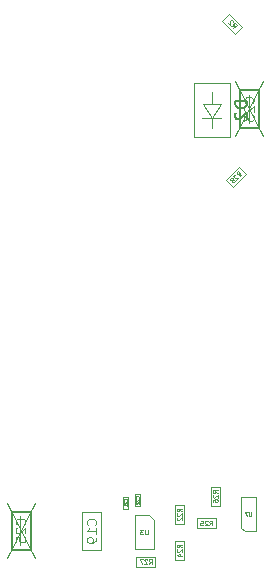
<source format=gbr>
G04 #@! TF.GenerationSoftware,KiCad,Pcbnew,9.0.1+1*
G04 #@! TF.CreationDate,2025-10-08T10:55:13+00:00*
G04 #@! TF.ProjectId,c64psu,63363470-7375-42e6-9b69-6361645f7063,rev?*
G04 #@! TF.SameCoordinates,Original*
G04 #@! TF.FileFunction,AssemblyDrawing,Bot*
%FSLAX46Y46*%
G04 Gerber Fmt 4.6, Leading zero omitted, Abs format (unit mm)*
G04 Created by KiCad (PCBNEW 9.0.1+1) date 2025-10-08 10:55:13*
%MOMM*%
%LPD*%
G01*
G04 APERTURE LIST*
%ADD10C,0.150000*%
%ADD11C,0.060000*%
%ADD12C,0.120000*%
%ADD13C,0.040000*%
%ADD14C,0.050000*%
%ADD15C,0.100000*%
G04 APERTURE END LIST*
D10*
X199601619Y-48048706D02*
X198601619Y-48048706D01*
X198601619Y-48048706D02*
X198601619Y-48286801D01*
X198601619Y-48286801D02*
X198649238Y-48429658D01*
X198649238Y-48429658D02*
X198744476Y-48524896D01*
X198744476Y-48524896D02*
X198839714Y-48572515D01*
X198839714Y-48572515D02*
X199030190Y-48620134D01*
X199030190Y-48620134D02*
X199173047Y-48620134D01*
X199173047Y-48620134D02*
X199363523Y-48572515D01*
X199363523Y-48572515D02*
X199458761Y-48524896D01*
X199458761Y-48524896D02*
X199554000Y-48429658D01*
X199554000Y-48429658D02*
X199601619Y-48286801D01*
X199601619Y-48286801D02*
X199601619Y-48048706D01*
X198696857Y-49001087D02*
X198649238Y-49048706D01*
X198649238Y-49048706D02*
X198601619Y-49143944D01*
X198601619Y-49143944D02*
X198601619Y-49382039D01*
X198601619Y-49382039D02*
X198649238Y-49477277D01*
X198649238Y-49477277D02*
X198696857Y-49524896D01*
X198696857Y-49524896D02*
X198792095Y-49572515D01*
X198792095Y-49572515D02*
X198887333Y-49572515D01*
X198887333Y-49572515D02*
X199030190Y-49524896D01*
X199030190Y-49524896D02*
X199601619Y-48953468D01*
X199601619Y-48953468D02*
X199601619Y-49572515D01*
D11*
X194085527Y-85798057D02*
X193895051Y-85664724D01*
X194085527Y-85569486D02*
X193685527Y-85569486D01*
X193685527Y-85569486D02*
X193685527Y-85721867D01*
X193685527Y-85721867D02*
X193704575Y-85759962D01*
X193704575Y-85759962D02*
X193723622Y-85779009D01*
X193723622Y-85779009D02*
X193761718Y-85798057D01*
X193761718Y-85798057D02*
X193818860Y-85798057D01*
X193818860Y-85798057D02*
X193856956Y-85779009D01*
X193856956Y-85779009D02*
X193876003Y-85759962D01*
X193876003Y-85759962D02*
X193895051Y-85721867D01*
X193895051Y-85721867D02*
X193895051Y-85569486D01*
X193723622Y-85950438D02*
X193704575Y-85969486D01*
X193704575Y-85969486D02*
X193685527Y-86007581D01*
X193685527Y-86007581D02*
X193685527Y-86102819D01*
X193685527Y-86102819D02*
X193704575Y-86140914D01*
X193704575Y-86140914D02*
X193723622Y-86159962D01*
X193723622Y-86159962D02*
X193761718Y-86179009D01*
X193761718Y-86179009D02*
X193799813Y-86179009D01*
X193799813Y-86179009D02*
X193856956Y-86159962D01*
X193856956Y-86159962D02*
X194085527Y-85931390D01*
X194085527Y-85931390D02*
X194085527Y-86179009D01*
X193818860Y-86521866D02*
X194085527Y-86521866D01*
X193666480Y-86426628D02*
X193952194Y-86331390D01*
X193952194Y-86331390D02*
X193952194Y-86579009D01*
X191211161Y-84313127D02*
X191211161Y-84636937D01*
X191211161Y-84636937D02*
X191192114Y-84675032D01*
X191192114Y-84675032D02*
X191173066Y-84694080D01*
X191173066Y-84694080D02*
X191134971Y-84713127D01*
X191134971Y-84713127D02*
X191058780Y-84713127D01*
X191058780Y-84713127D02*
X191020685Y-84694080D01*
X191020685Y-84694080D02*
X191001638Y-84675032D01*
X191001638Y-84675032D02*
X190982590Y-84636937D01*
X190982590Y-84636937D02*
X190982590Y-84313127D01*
X190830209Y-84313127D02*
X190582590Y-84313127D01*
X190582590Y-84313127D02*
X190715923Y-84465508D01*
X190715923Y-84465508D02*
X190658780Y-84465508D01*
X190658780Y-84465508D02*
X190620685Y-84484556D01*
X190620685Y-84484556D02*
X190601637Y-84503603D01*
X190601637Y-84503603D02*
X190582590Y-84541699D01*
X190582590Y-84541699D02*
X190582590Y-84636937D01*
X190582590Y-84636937D02*
X190601637Y-84675032D01*
X190601637Y-84675032D02*
X190620685Y-84694080D01*
X190620685Y-84694080D02*
X190658780Y-84713127D01*
X190658780Y-84713127D02*
X190773066Y-84713127D01*
X190773066Y-84713127D02*
X190811161Y-84694080D01*
X190811161Y-84694080D02*
X190830209Y-84675032D01*
D12*
X180767664Y-83865714D02*
X180805760Y-83827618D01*
X180805760Y-83827618D02*
X180843855Y-83713333D01*
X180843855Y-83713333D02*
X180843855Y-83637142D01*
X180843855Y-83637142D02*
X180805760Y-83522856D01*
X180805760Y-83522856D02*
X180729569Y-83446666D01*
X180729569Y-83446666D02*
X180653379Y-83408571D01*
X180653379Y-83408571D02*
X180500998Y-83370475D01*
X180500998Y-83370475D02*
X180386712Y-83370475D01*
X180386712Y-83370475D02*
X180234331Y-83408571D01*
X180234331Y-83408571D02*
X180158140Y-83446666D01*
X180158140Y-83446666D02*
X180081950Y-83522856D01*
X180081950Y-83522856D02*
X180043855Y-83637142D01*
X180043855Y-83637142D02*
X180043855Y-83713333D01*
X180043855Y-83713333D02*
X180081950Y-83827618D01*
X180081950Y-83827618D02*
X180120045Y-83865714D01*
X180120045Y-84170475D02*
X180081950Y-84208571D01*
X180081950Y-84208571D02*
X180043855Y-84284761D01*
X180043855Y-84284761D02*
X180043855Y-84475237D01*
X180043855Y-84475237D02*
X180081950Y-84551428D01*
X180081950Y-84551428D02*
X180120045Y-84589523D01*
X180120045Y-84589523D02*
X180196236Y-84627618D01*
X180196236Y-84627618D02*
X180272426Y-84627618D01*
X180272426Y-84627618D02*
X180386712Y-84589523D01*
X180386712Y-84589523D02*
X180843855Y-84132380D01*
X180843855Y-84132380D02*
X180843855Y-84627618D01*
X180043855Y-85351428D02*
X180043855Y-84970476D01*
X180043855Y-84970476D02*
X180424807Y-84932380D01*
X180424807Y-84932380D02*
X180386712Y-84970476D01*
X180386712Y-84970476D02*
X180348617Y-85046666D01*
X180348617Y-85046666D02*
X180348617Y-85237142D01*
X180348617Y-85237142D02*
X180386712Y-85313333D01*
X180386712Y-85313333D02*
X180424807Y-85351428D01*
X180424807Y-85351428D02*
X180500998Y-85389523D01*
X180500998Y-85389523D02*
X180691474Y-85389523D01*
X180691474Y-85389523D02*
X180767664Y-85351428D01*
X180767664Y-85351428D02*
X180805760Y-85313333D01*
X180805760Y-85313333D02*
X180843855Y-85237142D01*
X180843855Y-85237142D02*
X180843855Y-85046666D01*
X180843855Y-85046666D02*
X180805760Y-84970476D01*
X180805760Y-84970476D02*
X180767664Y-84932380D01*
X180443855Y-85569523D02*
X180443855Y-83190475D01*
D11*
X191315942Y-87202327D02*
X191449275Y-87011851D01*
X191544513Y-87202327D02*
X191544513Y-86802327D01*
X191544513Y-86802327D02*
X191392132Y-86802327D01*
X191392132Y-86802327D02*
X191354037Y-86821375D01*
X191354037Y-86821375D02*
X191334990Y-86840422D01*
X191334990Y-86840422D02*
X191315942Y-86878518D01*
X191315942Y-86878518D02*
X191315942Y-86935660D01*
X191315942Y-86935660D02*
X191334990Y-86973756D01*
X191334990Y-86973756D02*
X191354037Y-86992803D01*
X191354037Y-86992803D02*
X191392132Y-87011851D01*
X191392132Y-87011851D02*
X191544513Y-87011851D01*
X191163561Y-86840422D02*
X191144513Y-86821375D01*
X191144513Y-86821375D02*
X191106418Y-86802327D01*
X191106418Y-86802327D02*
X191011180Y-86802327D01*
X191011180Y-86802327D02*
X190973085Y-86821375D01*
X190973085Y-86821375D02*
X190954037Y-86840422D01*
X190954037Y-86840422D02*
X190934990Y-86878518D01*
X190934990Y-86878518D02*
X190934990Y-86916613D01*
X190934990Y-86916613D02*
X190954037Y-86973756D01*
X190954037Y-86973756D02*
X191182609Y-87202327D01*
X191182609Y-87202327D02*
X190934990Y-87202327D01*
X190801657Y-86802327D02*
X190534990Y-86802327D01*
X190534990Y-86802327D02*
X190706419Y-87202327D01*
X197133527Y-81213857D02*
X196943051Y-81080524D01*
X197133527Y-80985286D02*
X196733527Y-80985286D01*
X196733527Y-80985286D02*
X196733527Y-81137667D01*
X196733527Y-81137667D02*
X196752575Y-81175762D01*
X196752575Y-81175762D02*
X196771622Y-81194809D01*
X196771622Y-81194809D02*
X196809718Y-81213857D01*
X196809718Y-81213857D02*
X196866860Y-81213857D01*
X196866860Y-81213857D02*
X196904956Y-81194809D01*
X196904956Y-81194809D02*
X196924003Y-81175762D01*
X196924003Y-81175762D02*
X196943051Y-81137667D01*
X196943051Y-81137667D02*
X196943051Y-80985286D01*
X196771622Y-81366238D02*
X196752575Y-81385286D01*
X196752575Y-81385286D02*
X196733527Y-81423381D01*
X196733527Y-81423381D02*
X196733527Y-81518619D01*
X196733527Y-81518619D02*
X196752575Y-81556714D01*
X196752575Y-81556714D02*
X196771622Y-81575762D01*
X196771622Y-81575762D02*
X196809718Y-81594809D01*
X196809718Y-81594809D02*
X196847813Y-81594809D01*
X196847813Y-81594809D02*
X196904956Y-81575762D01*
X196904956Y-81575762D02*
X197133527Y-81347190D01*
X197133527Y-81347190D02*
X197133527Y-81594809D01*
X196733527Y-81937666D02*
X196733527Y-81861476D01*
X196733527Y-81861476D02*
X196752575Y-81823380D01*
X196752575Y-81823380D02*
X196771622Y-81804333D01*
X196771622Y-81804333D02*
X196828765Y-81766238D01*
X196828765Y-81766238D02*
X196904956Y-81747190D01*
X196904956Y-81747190D02*
X197057337Y-81747190D01*
X197057337Y-81747190D02*
X197095432Y-81766238D01*
X197095432Y-81766238D02*
X197114480Y-81785285D01*
X197114480Y-81785285D02*
X197133527Y-81823380D01*
X197133527Y-81823380D02*
X197133527Y-81899571D01*
X197133527Y-81899571D02*
X197114480Y-81937666D01*
X197114480Y-81937666D02*
X197095432Y-81956714D01*
X197095432Y-81956714D02*
X197057337Y-81975761D01*
X197057337Y-81975761D02*
X196962099Y-81975761D01*
X196962099Y-81975761D02*
X196924003Y-81956714D01*
X196924003Y-81956714D02*
X196904956Y-81937666D01*
X196904956Y-81937666D02*
X196885908Y-81899571D01*
X196885908Y-81899571D02*
X196885908Y-81823380D01*
X196885908Y-81823380D02*
X196904956Y-81785285D01*
X196904956Y-81785285D02*
X196924003Y-81766238D01*
X196924003Y-81766238D02*
X196962099Y-81747190D01*
X198989269Y-54404415D02*
X198948863Y-54175447D01*
X199150893Y-54242790D02*
X198868051Y-53959947D01*
X198868051Y-53959947D02*
X198760301Y-54067697D01*
X198760301Y-54067697D02*
X198746832Y-54108103D01*
X198746832Y-54108103D02*
X198746832Y-54135041D01*
X198746832Y-54135041D02*
X198760301Y-54175447D01*
X198760301Y-54175447D02*
X198800707Y-54215853D01*
X198800707Y-54215853D02*
X198841113Y-54229321D01*
X198841113Y-54229321D02*
X198868051Y-54229321D01*
X198868051Y-54229321D02*
X198908457Y-54215853D01*
X198908457Y-54215853D02*
X199016206Y-54108103D01*
X198625614Y-54256259D02*
X198598677Y-54256259D01*
X198598677Y-54256259D02*
X198558271Y-54269728D01*
X198558271Y-54269728D02*
X198490927Y-54337071D01*
X198490927Y-54337071D02*
X198477458Y-54377477D01*
X198477458Y-54377477D02*
X198477458Y-54404415D01*
X198477458Y-54404415D02*
X198490927Y-54444821D01*
X198490927Y-54444821D02*
X198517864Y-54471758D01*
X198517864Y-54471758D02*
X198571739Y-54498695D01*
X198571739Y-54498695D02*
X198894988Y-54498695D01*
X198894988Y-54498695D02*
X198719895Y-54673789D01*
X198396646Y-54673788D02*
X198410115Y-54633382D01*
X198410115Y-54633382D02*
X198410115Y-54606445D01*
X198410115Y-54606445D02*
X198396646Y-54566039D01*
X198396646Y-54566039D02*
X198383178Y-54552570D01*
X198383178Y-54552570D02*
X198342772Y-54539101D01*
X198342772Y-54539101D02*
X198315834Y-54539101D01*
X198315834Y-54539101D02*
X198275428Y-54552570D01*
X198275428Y-54552570D02*
X198221553Y-54606445D01*
X198221553Y-54606445D02*
X198208085Y-54646851D01*
X198208085Y-54646851D02*
X198208085Y-54673788D01*
X198208085Y-54673788D02*
X198221553Y-54714194D01*
X198221553Y-54714194D02*
X198235022Y-54727663D01*
X198235022Y-54727663D02*
X198275428Y-54741132D01*
X198275428Y-54741132D02*
X198302365Y-54741132D01*
X198302365Y-54741132D02*
X198342772Y-54727663D01*
X198342772Y-54727663D02*
X198396646Y-54673788D01*
X198396646Y-54673788D02*
X198437052Y-54660320D01*
X198437052Y-54660320D02*
X198463990Y-54660320D01*
X198463990Y-54660320D02*
X198504396Y-54673788D01*
X198504396Y-54673788D02*
X198558271Y-54727663D01*
X198558271Y-54727663D02*
X198571739Y-54768069D01*
X198571739Y-54768069D02*
X198571739Y-54795007D01*
X198571739Y-54795007D02*
X198558271Y-54835413D01*
X198558271Y-54835413D02*
X198504396Y-54889288D01*
X198504396Y-54889288D02*
X198463990Y-54902756D01*
X198463990Y-54902756D02*
X198437052Y-54902756D01*
X198437052Y-54902756D02*
X198396646Y-54889288D01*
X198396646Y-54889288D02*
X198342772Y-54835413D01*
X198342772Y-54835413D02*
X198329303Y-54795007D01*
X198329303Y-54795007D02*
X198329303Y-54768069D01*
X198329303Y-54768069D02*
X198342772Y-54727663D01*
D12*
X200107664Y-48155714D02*
X200145760Y-48117618D01*
X200145760Y-48117618D02*
X200183855Y-48003333D01*
X200183855Y-48003333D02*
X200183855Y-47927142D01*
X200183855Y-47927142D02*
X200145760Y-47812856D01*
X200145760Y-47812856D02*
X200069569Y-47736666D01*
X200069569Y-47736666D02*
X199993379Y-47698571D01*
X199993379Y-47698571D02*
X199840998Y-47660475D01*
X199840998Y-47660475D02*
X199726712Y-47660475D01*
X199726712Y-47660475D02*
X199574331Y-47698571D01*
X199574331Y-47698571D02*
X199498140Y-47736666D01*
X199498140Y-47736666D02*
X199421950Y-47812856D01*
X199421950Y-47812856D02*
X199383855Y-47927142D01*
X199383855Y-47927142D02*
X199383855Y-48003333D01*
X199383855Y-48003333D02*
X199421950Y-48117618D01*
X199421950Y-48117618D02*
X199460045Y-48155714D01*
X199460045Y-48460475D02*
X199421950Y-48498571D01*
X199421950Y-48498571D02*
X199383855Y-48574761D01*
X199383855Y-48574761D02*
X199383855Y-48765237D01*
X199383855Y-48765237D02*
X199421950Y-48841428D01*
X199421950Y-48841428D02*
X199460045Y-48879523D01*
X199460045Y-48879523D02*
X199536236Y-48917618D01*
X199536236Y-48917618D02*
X199612426Y-48917618D01*
X199612426Y-48917618D02*
X199726712Y-48879523D01*
X199726712Y-48879523D02*
X200183855Y-48422380D01*
X200183855Y-48422380D02*
X200183855Y-48917618D01*
X199383855Y-49184285D02*
X199383855Y-49679523D01*
X199383855Y-49679523D02*
X199688617Y-49412857D01*
X199688617Y-49412857D02*
X199688617Y-49527142D01*
X199688617Y-49527142D02*
X199726712Y-49603333D01*
X199726712Y-49603333D02*
X199764807Y-49641428D01*
X199764807Y-49641428D02*
X199840998Y-49679523D01*
X199840998Y-49679523D02*
X200031474Y-49679523D01*
X200031474Y-49679523D02*
X200107664Y-49641428D01*
X200107664Y-49641428D02*
X200145760Y-49603333D01*
X200145760Y-49603333D02*
X200183855Y-49527142D01*
X200183855Y-49527142D02*
X200183855Y-49298571D01*
X200183855Y-49298571D02*
X200145760Y-49222380D01*
X200145760Y-49222380D02*
X200107664Y-49184285D01*
X199783855Y-49859523D02*
X199783855Y-47480475D01*
D11*
X196446742Y-83951127D02*
X196580075Y-83760651D01*
X196675313Y-83951127D02*
X196675313Y-83551127D01*
X196675313Y-83551127D02*
X196522932Y-83551127D01*
X196522932Y-83551127D02*
X196484837Y-83570175D01*
X196484837Y-83570175D02*
X196465790Y-83589222D01*
X196465790Y-83589222D02*
X196446742Y-83627318D01*
X196446742Y-83627318D02*
X196446742Y-83684460D01*
X196446742Y-83684460D02*
X196465790Y-83722556D01*
X196465790Y-83722556D02*
X196484837Y-83741603D01*
X196484837Y-83741603D02*
X196522932Y-83760651D01*
X196522932Y-83760651D02*
X196675313Y-83760651D01*
X196294361Y-83589222D02*
X196275313Y-83570175D01*
X196275313Y-83570175D02*
X196237218Y-83551127D01*
X196237218Y-83551127D02*
X196141980Y-83551127D01*
X196141980Y-83551127D02*
X196103885Y-83570175D01*
X196103885Y-83570175D02*
X196084837Y-83589222D01*
X196084837Y-83589222D02*
X196065790Y-83627318D01*
X196065790Y-83627318D02*
X196065790Y-83665413D01*
X196065790Y-83665413D02*
X196084837Y-83722556D01*
X196084837Y-83722556D02*
X196313409Y-83951127D01*
X196313409Y-83951127D02*
X196065790Y-83951127D01*
X195703885Y-83551127D02*
X195894361Y-83551127D01*
X195894361Y-83551127D02*
X195913409Y-83741603D01*
X195913409Y-83741603D02*
X195894361Y-83722556D01*
X195894361Y-83722556D02*
X195856266Y-83703508D01*
X195856266Y-83703508D02*
X195761028Y-83703508D01*
X195761028Y-83703508D02*
X195722933Y-83722556D01*
X195722933Y-83722556D02*
X195703885Y-83741603D01*
X195703885Y-83741603D02*
X195684838Y-83779699D01*
X195684838Y-83779699D02*
X195684838Y-83874937D01*
X195684838Y-83874937D02*
X195703885Y-83913032D01*
X195703885Y-83913032D02*
X195722933Y-83932080D01*
X195722933Y-83932080D02*
X195761028Y-83951127D01*
X195761028Y-83951127D02*
X195856266Y-83951127D01*
X195856266Y-83951127D02*
X195894361Y-83932080D01*
X195894361Y-83932080D02*
X195913409Y-83913032D01*
D13*
X189421365Y-81858485D02*
X189433270Y-81846581D01*
X189433270Y-81846581D02*
X189445174Y-81810866D01*
X189445174Y-81810866D02*
X189445174Y-81787057D01*
X189445174Y-81787057D02*
X189433270Y-81751343D01*
X189433270Y-81751343D02*
X189409460Y-81727533D01*
X189409460Y-81727533D02*
X189385650Y-81715628D01*
X189385650Y-81715628D02*
X189338031Y-81703724D01*
X189338031Y-81703724D02*
X189302317Y-81703724D01*
X189302317Y-81703724D02*
X189254698Y-81715628D01*
X189254698Y-81715628D02*
X189230889Y-81727533D01*
X189230889Y-81727533D02*
X189207079Y-81751343D01*
X189207079Y-81751343D02*
X189195174Y-81787057D01*
X189195174Y-81787057D02*
X189195174Y-81810866D01*
X189195174Y-81810866D02*
X189207079Y-81846581D01*
X189207079Y-81846581D02*
X189218984Y-81858485D01*
X189218984Y-81953724D02*
X189207079Y-81965628D01*
X189207079Y-81965628D02*
X189195174Y-81989438D01*
X189195174Y-81989438D02*
X189195174Y-82048962D01*
X189195174Y-82048962D02*
X189207079Y-82072771D01*
X189207079Y-82072771D02*
X189218984Y-82084676D01*
X189218984Y-82084676D02*
X189242793Y-82096581D01*
X189242793Y-82096581D02*
X189266603Y-82096581D01*
X189266603Y-82096581D02*
X189302317Y-82084676D01*
X189302317Y-82084676D02*
X189445174Y-81941819D01*
X189445174Y-81941819D02*
X189445174Y-82096581D01*
X189445174Y-82334676D02*
X189445174Y-82191819D01*
X189445174Y-82263247D02*
X189195174Y-82263247D01*
X189195174Y-82263247D02*
X189230889Y-82239438D01*
X189230889Y-82239438D02*
X189254698Y-82215628D01*
X189254698Y-82215628D02*
X189266603Y-82191819D01*
D14*
X199989409Y-82832638D02*
X199989409Y-83091685D01*
X199989409Y-83091685D02*
X199974171Y-83122161D01*
X199974171Y-83122161D02*
X199958933Y-83137400D01*
X199958933Y-83137400D02*
X199928457Y-83152638D01*
X199928457Y-83152638D02*
X199867504Y-83152638D01*
X199867504Y-83152638D02*
X199837028Y-83137400D01*
X199837028Y-83137400D02*
X199821790Y-83122161D01*
X199821790Y-83122161D02*
X199806552Y-83091685D01*
X199806552Y-83091685D02*
X199806552Y-82832638D01*
X199684647Y-82832638D02*
X199471314Y-82832638D01*
X199471314Y-82832638D02*
X199608457Y-83152638D01*
D12*
X186777664Y-83885714D02*
X186815760Y-83847618D01*
X186815760Y-83847618D02*
X186853855Y-83733333D01*
X186853855Y-83733333D02*
X186853855Y-83657142D01*
X186853855Y-83657142D02*
X186815760Y-83542856D01*
X186815760Y-83542856D02*
X186739569Y-83466666D01*
X186739569Y-83466666D02*
X186663379Y-83428571D01*
X186663379Y-83428571D02*
X186510998Y-83390475D01*
X186510998Y-83390475D02*
X186396712Y-83390475D01*
X186396712Y-83390475D02*
X186244331Y-83428571D01*
X186244331Y-83428571D02*
X186168140Y-83466666D01*
X186168140Y-83466666D02*
X186091950Y-83542856D01*
X186091950Y-83542856D02*
X186053855Y-83657142D01*
X186053855Y-83657142D02*
X186053855Y-83733333D01*
X186053855Y-83733333D02*
X186091950Y-83847618D01*
X186091950Y-83847618D02*
X186130045Y-83885714D01*
X186853855Y-84647618D02*
X186853855Y-84190475D01*
X186853855Y-84419047D02*
X186053855Y-84419047D01*
X186053855Y-84419047D02*
X186168140Y-84342856D01*
X186168140Y-84342856D02*
X186244331Y-84266666D01*
X186244331Y-84266666D02*
X186282426Y-84190475D01*
X186853855Y-85028571D02*
X186853855Y-85180952D01*
X186853855Y-85180952D02*
X186815760Y-85257142D01*
X186815760Y-85257142D02*
X186777664Y-85295238D01*
X186777664Y-85295238D02*
X186663379Y-85371428D01*
X186663379Y-85371428D02*
X186510998Y-85409523D01*
X186510998Y-85409523D02*
X186206236Y-85409523D01*
X186206236Y-85409523D02*
X186130045Y-85371428D01*
X186130045Y-85371428D02*
X186091950Y-85333333D01*
X186091950Y-85333333D02*
X186053855Y-85257142D01*
X186053855Y-85257142D02*
X186053855Y-85104761D01*
X186053855Y-85104761D02*
X186091950Y-85028571D01*
X186091950Y-85028571D02*
X186130045Y-84990476D01*
X186130045Y-84990476D02*
X186206236Y-84952380D01*
X186206236Y-84952380D02*
X186396712Y-84952380D01*
X186396712Y-84952380D02*
X186472902Y-84990476D01*
X186472902Y-84990476D02*
X186510998Y-85028571D01*
X186510998Y-85028571D02*
X186549093Y-85104761D01*
X186549093Y-85104761D02*
X186549093Y-85257142D01*
X186549093Y-85257142D02*
X186510998Y-85333333D01*
X186510998Y-85333333D02*
X186472902Y-85371428D01*
X186472902Y-85371428D02*
X186396712Y-85409523D01*
D13*
X190437365Y-81627285D02*
X190449270Y-81615381D01*
X190449270Y-81615381D02*
X190461174Y-81579666D01*
X190461174Y-81579666D02*
X190461174Y-81555857D01*
X190461174Y-81555857D02*
X190449270Y-81520143D01*
X190449270Y-81520143D02*
X190425460Y-81496333D01*
X190425460Y-81496333D02*
X190401650Y-81484428D01*
X190401650Y-81484428D02*
X190354031Y-81472524D01*
X190354031Y-81472524D02*
X190318317Y-81472524D01*
X190318317Y-81472524D02*
X190270698Y-81484428D01*
X190270698Y-81484428D02*
X190246889Y-81496333D01*
X190246889Y-81496333D02*
X190223079Y-81520143D01*
X190223079Y-81520143D02*
X190211174Y-81555857D01*
X190211174Y-81555857D02*
X190211174Y-81579666D01*
X190211174Y-81579666D02*
X190223079Y-81615381D01*
X190223079Y-81615381D02*
X190234984Y-81627285D01*
X190234984Y-81722524D02*
X190223079Y-81734428D01*
X190223079Y-81734428D02*
X190211174Y-81758238D01*
X190211174Y-81758238D02*
X190211174Y-81817762D01*
X190211174Y-81817762D02*
X190223079Y-81841571D01*
X190223079Y-81841571D02*
X190234984Y-81853476D01*
X190234984Y-81853476D02*
X190258793Y-81865381D01*
X190258793Y-81865381D02*
X190282603Y-81865381D01*
X190282603Y-81865381D02*
X190318317Y-81853476D01*
X190318317Y-81853476D02*
X190461174Y-81710619D01*
X190461174Y-81710619D02*
X190461174Y-81865381D01*
X190234984Y-81960619D02*
X190223079Y-81972523D01*
X190223079Y-81972523D02*
X190211174Y-81996333D01*
X190211174Y-81996333D02*
X190211174Y-82055857D01*
X190211174Y-82055857D02*
X190223079Y-82079666D01*
X190223079Y-82079666D02*
X190234984Y-82091571D01*
X190234984Y-82091571D02*
X190258793Y-82103476D01*
X190258793Y-82103476D02*
X190282603Y-82103476D01*
X190282603Y-82103476D02*
X190318317Y-82091571D01*
X190318317Y-82091571D02*
X190461174Y-81948714D01*
X190461174Y-81948714D02*
X190461174Y-82103476D01*
D11*
X198292498Y-41679382D02*
X198521465Y-41638976D01*
X198454122Y-41841006D02*
X198736965Y-41558164D01*
X198736965Y-41558164D02*
X198629215Y-41450414D01*
X198629215Y-41450414D02*
X198588809Y-41436945D01*
X198588809Y-41436945D02*
X198561872Y-41436945D01*
X198561872Y-41436945D02*
X198521465Y-41450414D01*
X198521465Y-41450414D02*
X198481059Y-41490820D01*
X198481059Y-41490820D02*
X198467591Y-41531226D01*
X198467591Y-41531226D02*
X198467591Y-41558164D01*
X198467591Y-41558164D02*
X198481059Y-41598570D01*
X198481059Y-41598570D02*
X198588809Y-41706319D01*
X198440653Y-41315727D02*
X198440653Y-41288790D01*
X198440653Y-41288790D02*
X198427185Y-41248384D01*
X198427185Y-41248384D02*
X198359841Y-41181040D01*
X198359841Y-41181040D02*
X198319435Y-41167571D01*
X198319435Y-41167571D02*
X198292498Y-41167571D01*
X198292498Y-41167571D02*
X198252091Y-41181040D01*
X198252091Y-41181040D02*
X198225154Y-41207978D01*
X198225154Y-41207978D02*
X198198217Y-41261852D01*
X198198217Y-41261852D02*
X198198217Y-41585101D01*
X198198217Y-41585101D02*
X198023124Y-41410008D01*
X194085527Y-82750057D02*
X193895051Y-82616724D01*
X194085527Y-82521486D02*
X193685527Y-82521486D01*
X193685527Y-82521486D02*
X193685527Y-82673867D01*
X193685527Y-82673867D02*
X193704575Y-82711962D01*
X193704575Y-82711962D02*
X193723622Y-82731009D01*
X193723622Y-82731009D02*
X193761718Y-82750057D01*
X193761718Y-82750057D02*
X193818860Y-82750057D01*
X193818860Y-82750057D02*
X193856956Y-82731009D01*
X193856956Y-82731009D02*
X193876003Y-82711962D01*
X193876003Y-82711962D02*
X193895051Y-82673867D01*
X193895051Y-82673867D02*
X193895051Y-82521486D01*
X193723622Y-82902438D02*
X193704575Y-82921486D01*
X193704575Y-82921486D02*
X193685527Y-82959581D01*
X193685527Y-82959581D02*
X193685527Y-83054819D01*
X193685527Y-83054819D02*
X193704575Y-83092914D01*
X193704575Y-83092914D02*
X193723622Y-83111962D01*
X193723622Y-83111962D02*
X193761718Y-83131009D01*
X193761718Y-83131009D02*
X193799813Y-83131009D01*
X193799813Y-83131009D02*
X193856956Y-83111962D01*
X193856956Y-83111962D02*
X194085527Y-82883390D01*
X194085527Y-82883390D02*
X194085527Y-83131009D01*
X193723622Y-83283390D02*
X193704575Y-83302438D01*
X193704575Y-83302438D02*
X193685527Y-83340533D01*
X193685527Y-83340533D02*
X193685527Y-83435771D01*
X193685527Y-83435771D02*
X193704575Y-83473866D01*
X193704575Y-83473866D02*
X193723622Y-83492914D01*
X193723622Y-83492914D02*
X193761718Y-83511961D01*
X193761718Y-83511961D02*
X193799813Y-83511961D01*
X193799813Y-83511961D02*
X193856956Y-83492914D01*
X193856956Y-83492914D02*
X194085527Y-83264342D01*
X194085527Y-83264342D02*
X194085527Y-83511961D01*
D15*
X195146800Y-46486801D02*
X195146800Y-51086801D01*
X195146800Y-51086801D02*
X198146800Y-51086801D01*
X195896480Y-48285621D02*
X197445880Y-48285621D01*
X196645780Y-48285621D02*
X196645780Y-47287401D01*
X196645780Y-49436241D02*
X195896480Y-48285621D01*
X196645780Y-49436241D02*
X196645780Y-50337941D01*
X196645780Y-49436241D02*
X197445880Y-48285621D01*
X197445879Y-49436241D02*
X195845680Y-49436241D01*
X198146800Y-46486801D02*
X195146800Y-46486801D01*
X198146800Y-46486801D02*
X198146800Y-51086801D01*
X193491100Y-85255200D02*
X193491100Y-86855200D01*
X193491100Y-86855200D02*
X194316100Y-86855200D01*
X194316100Y-85255200D02*
X193491100Y-85255200D01*
X194316100Y-86855200D02*
X194316100Y-85255200D01*
X190106400Y-83081200D02*
X190106400Y-85981200D01*
X190106400Y-85981200D02*
X191706400Y-85981200D01*
X191306400Y-83081200D02*
X190106400Y-83081200D01*
X191706400Y-83481199D02*
X191306400Y-83081200D01*
X191706400Y-85981200D02*
X191706400Y-83481199D01*
X179630000Y-82780000D02*
X179630000Y-85980000D01*
X179730000Y-85980000D02*
G75*
G02*
X179630000Y-85980000I-50000J0D01*
G01*
X179730000Y-85980000D02*
X179730000Y-82780000D01*
X179730000Y-82780000D02*
G75*
G03*
X179630000Y-82780000I-50000J0D01*
G01*
X179680000Y-86030000D02*
X181280000Y-86030000D01*
X181280000Y-85930000D02*
G75*
G02*
X181280000Y-86030000I0J-50000D01*
G01*
X181280000Y-85930000D02*
X179680000Y-85930000D01*
X179680000Y-85930000D02*
G75*
G03*
X179680000Y-86030000I0J-50000D01*
G01*
X181280000Y-82730000D02*
X179680000Y-82730000D01*
X179680000Y-82830000D02*
G75*
G02*
X179680000Y-82730000I0J50000D01*
G01*
X179680000Y-82830000D02*
X181280000Y-82830000D01*
X181280000Y-82830000D02*
G75*
G03*
X181280000Y-82730000I0J50000D01*
G01*
X181330000Y-85980000D02*
X181330000Y-82780000D01*
X181230000Y-82780000D02*
G75*
G02*
X181330000Y-82780000I50000J0D01*
G01*
X181230000Y-82780000D02*
X181230000Y-85980000D01*
X181230000Y-85980000D02*
G75*
G03*
X181330000Y-85980000I50000J0D01*
G01*
X190258800Y-86607900D02*
X190258800Y-87432900D01*
X190258800Y-87432900D02*
X191858800Y-87432900D01*
X191858800Y-86607900D02*
X190258800Y-86607900D01*
X191858800Y-87432900D02*
X191858800Y-86607900D01*
X196539100Y-80671000D02*
X196539100Y-82271000D01*
X196539100Y-82271000D02*
X197364100Y-82271000D01*
X197364100Y-80671000D02*
X196539100Y-80671000D01*
X197364100Y-82271000D02*
X197364100Y-80671000D01*
X197821433Y-54731604D02*
X198404796Y-55314967D01*
X198404796Y-55314967D02*
X199536167Y-54183596D01*
X198952804Y-53600233D02*
X197821433Y-54731604D01*
X199536167Y-54183596D02*
X198952804Y-53600233D01*
X198970000Y-47070000D02*
X198970000Y-50270000D01*
X199070000Y-50270000D02*
G75*
G02*
X198970000Y-50270000I-50000J0D01*
G01*
X199070000Y-50270000D02*
X199070000Y-47070000D01*
X199070000Y-47070000D02*
G75*
G03*
X198970000Y-47070000I-50000J0D01*
G01*
X199020000Y-50320000D02*
X200620000Y-50320000D01*
X200620000Y-50220000D02*
G75*
G02*
X200620000Y-50320000I0J-50000D01*
G01*
X200620000Y-50220000D02*
X199020000Y-50220000D01*
X199020000Y-50220000D02*
G75*
G03*
X199020000Y-50320000I0J-50000D01*
G01*
X200620000Y-47020000D02*
X199020000Y-47020000D01*
X199020000Y-47120000D02*
G75*
G02*
X199020000Y-47020000I0J50000D01*
G01*
X199020000Y-47120000D02*
X200620000Y-47120000D01*
X200620000Y-47120000D02*
G75*
G03*
X200620000Y-47020000I0J50000D01*
G01*
X200670000Y-50270000D02*
X200670000Y-47070000D01*
X200570000Y-47070000D02*
G75*
G02*
X200670000Y-47070000I50000J0D01*
G01*
X200570000Y-47070000D02*
X200570000Y-50270000D01*
X200570000Y-50270000D02*
G75*
G03*
X200670000Y-50270000I50000J0D01*
G01*
X195389600Y-83356700D02*
X195389600Y-84181700D01*
X195389600Y-84181700D02*
X196989600Y-84181700D01*
X196989600Y-83356700D02*
X195389600Y-83356700D01*
X196989600Y-84181700D02*
X196989600Y-83356700D01*
X189081600Y-81519200D02*
X189081600Y-82519200D01*
X189081600Y-82519200D02*
X189581600Y-82519200D01*
X189581600Y-81519200D02*
X189081600Y-81519200D01*
X189581600Y-82519200D02*
X189581600Y-81519200D01*
X199095600Y-81557200D02*
X199095600Y-84132201D01*
X199095600Y-84132201D02*
X199420600Y-84457200D01*
X199420600Y-84457200D02*
X200395600Y-84457200D01*
X200395600Y-81557200D02*
X199095600Y-81557200D01*
X200395600Y-84457200D02*
X200395600Y-81557200D01*
X185690000Y-82800000D02*
X185690000Y-86000000D01*
X185690000Y-86000000D02*
X187290000Y-86000000D01*
X187290000Y-82800000D02*
X185690000Y-82800000D01*
X187290000Y-86000000D02*
X187290000Y-82800000D01*
X190097600Y-81288000D02*
X190097600Y-82288000D01*
X190097600Y-82288000D02*
X190597600Y-82288000D01*
X190597600Y-81288000D02*
X190097600Y-81288000D01*
X190597600Y-82288000D02*
X190597600Y-81288000D01*
X197516633Y-41229596D02*
X198648004Y-42360967D01*
X198099996Y-40646233D02*
X197516633Y-41229596D01*
X198648004Y-42360967D02*
X199231367Y-41777604D01*
X199231367Y-41777604D02*
X198099996Y-40646233D01*
X193491100Y-82207200D02*
X193491100Y-83807200D01*
X193491100Y-83807200D02*
X194316100Y-83807200D01*
X194316100Y-82207200D02*
X193491100Y-82207200D01*
X194316100Y-83807200D02*
X194316100Y-82207200D01*
X179305000Y-82055000D02*
X181655000Y-86705000D01*
X179305000Y-86705000D02*
X181655000Y-82055000D01*
X198645000Y-46345000D02*
X200995000Y-50995000D01*
X198645000Y-50995000D02*
X200995000Y-46345000D01*
M02*

</source>
